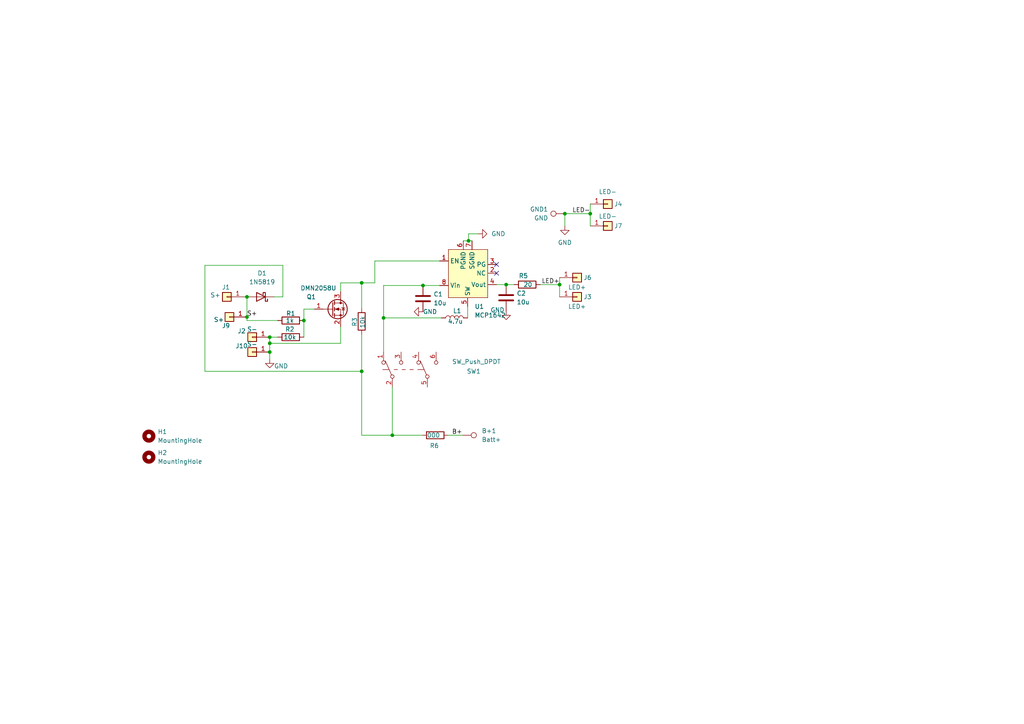
<source format=kicad_sch>
(kicad_sch (version 20211123) (generator eeschema)
  (paper "A4")
  (lib_symbols
    (symbol "AERO_Symbols:MCP1642"
      (property "Reference" "U" (at 6.985 10.795 0))
      (property "Value" "MCP1642" (at 6.985 8.255 0))
      (symbol "MCP1642_0_1"
        (rectangle (start -5.588 5.588) (end 5.842 -8.382) (fill (type background)))
      )
      (symbol "MCP1642_1_1"
        (pin input line (at -8.128 -5.08 0) (length 2.54) (name "EN") (number "1"))
        (pin input line (at 8.382 -1.524 180) (length 2.54) (name "NC") (number "2"))
        (pin input line (at 8.382 -4.064 180) (length 2.54) (name "PG") (number "3"))
        (pin input line (at 8.382 1.778 180) (length 2.54) (name "Vout") (number "4"))
        (pin input line (at 0 8.128 270) (length 2.54) (name "SW") (number "5"))
        (pin input line (at -1.27 -10.922 90) (length 2.54) (name "PGND") (number "6"))
        (pin input line (at 1.27 -10.922 90) (length 2.54) (name "SGND") (number "7"))
        (pin input line (at -8.128 2.032 0) (length 2.54) (name "Vin") (number "8"))
      )
    )
    (symbol "Connector:TestPoint" (pin_numbers hide) (pin_names (offset 0.762) hide)
      (property "Reference" "TP" (at 0 6.858 0))
      (property "Value" "TestPoint" (at 0 5.08 0))
      (symbol "TestPoint_0_1"
        (circle (center 0 3.302) (radius 0.762))
      )
      (symbol "TestPoint_1_1"
        (pin passive line (at 0 0 90) (length 2.54) (name "1") (number "1"))
      )
    )
    (symbol "Connector_Generic:Conn_01x01" (pin_names (offset 1.016) hide)
      (property "Reference" "J" (at 0 2.54 0))
      (property "Value" "Conn_01x01" (at 0 -2.54 0))
      (symbol "Conn_01x01_1_1"
        (rectangle (start -1.27 0.127) (end 0 -0.127) (stroke (width 0.1524)))
        (rectangle (start -1.27 1.27) (end 1.27 -1.27) (stroke (width 0.254)) (fill (type background)))
        (pin passive line (at -5.08 0 0) (length 3.81) (name "Pin_1") (number "1"))
      )
    )
    (symbol "Device:C" (pin_numbers hide) (pin_names (offset 0.254))
      (property "Reference" "C" (at 0.635 2.54 0))
      (property "Value" "C" (at 0.635 -2.54 0))
      (symbol "C_0_1"
        (polyline (pts (xy -2.032 -0.762) (xy 2.032 -0.762)) (stroke (width 0.508)))
        (polyline (pts (xy -2.032 0.762) (xy 2.032 0.762)) (stroke (width 0.508)))
      )
      (symbol "C_1_1"
        (pin passive line (at 0 3.81 270) (length 2.794) (name "~") (number "1"))
        (pin passive line (at 0 -3.81 90) (length 2.794) (name "~") (number "2"))
      )
    )
    (symbol "Device:L" (pin_numbers hide) (pin_names (offset 1.016) hide)
      (property "Reference" "L" (at -1.27 0 90))
      (property "Value" "L" (at 1.905 0 90))
      (symbol "L_0_1"
        (arc (start 0 -2.54) (mid 0.635 -1.905) (end 0 -1.27))
        (arc (start 0 -1.27) (mid 0.635 -0.635) (end 0 0))
        (arc (start 0 0) (mid 0.635 0.635) (end 0 1.27))
        (arc (start 0 1.27) (mid 0.635 1.905) (end 0 2.54))
      )
      (symbol "L_1_1"
        (pin passive line (at 0 3.81 270) (length 1.27) (name "1") (number "1"))
        (pin passive line (at 0 -3.81 90) (length 1.27) (name "2") (number "2"))
      )
    )
    (symbol "Device:R" (pin_numbers hide) (pin_names (offset 0))
      (property "Reference" "R" (at 2.032 0 90))
      (property "Value" "R" (at 0 0 90))
      (symbol "R_0_1"
        (rectangle (start -1.016 -2.54) (end 1.016 2.54) (stroke (width 0.254)))
      )
      (symbol "R_1_1"
        (pin passive line (at 0 3.81 270) (length 1.27) (name "~") (number "1"))
        (pin passive line (at 0 -3.81 90) (length 1.27) (name "~") (number "2"))
      )
    )
    (symbol "Diode:1N5819" (pin_numbers hide) (pin_names (offset 1.016) hide)
      (property "Reference" "D" (at 0 2.54 0))
      (property "Value" "1N5819" (at 0 -2.54 0))
      (symbol "1N5819_0_1"
        (polyline (pts (xy 1.27 0) (xy -1.27 0)))
        (polyline (pts (xy 1.27 1.27) (xy 1.27 -1.27) (xy -1.27 0) (xy 1.27 1.27)) (stroke (width 0.254)))
        (polyline (pts (xy -1.905 0.635) (xy -1.905 1.27) (xy -1.27 1.27) (xy -1.27 -1.27) (xy -0.635 -1.27) (xy -0.635 -0.635)) (stroke (width 0.254)))
      )
      (symbol "1N5819_1_1"
        (pin passive line (at -3.81 0 0) (length 2.54) (name "K") (number "1"))
        (pin passive line (at 3.81 0 180) (length 2.54) (name "A") (number "2"))
      )
    )
    (symbol "Mechanical:MountingHole" (pin_names (offset 1.016))
      (property "Reference" "H" (at 0 5.08 0))
      (property "Value" "MountingHole" (at 0 3.175 0))
      (symbol "MountingHole_0_1"
        (circle (center 0 0) (radius 1.27) (stroke (width 1.27)))
      )
    )
    (symbol "Switch:SW_Push_DPDT" (pin_names (offset 0) hide)
      (property "Reference" "SW" (at 0 8.89 0))
      (property "Value" "SW_Push_DPDT" (at 0 -10.16 0))
      (symbol "SW_Push_DPDT_0_0"
        (circle (center -2.032 -5.08) (radius 0.508))
        (circle (center -2.032 5.08) (radius 0.508))
        (circle (center 2.032 -7.62) (radius 0.508))
        (circle (center 2.032 2.54) (radius 0.508))
      )
      (symbol "SW_Push_DPDT_0_1"
        (polyline (pts (xy -1.524 -4.826) (xy 2.54 -3.048)))
        (polyline (pts (xy -1.524 5.334) (xy 2.54 7.112)))
        (polyline (pts (xy 0 -2.286) (xy 0 -4.064)))
        (polyline (pts (xy 0 -1.016) (xy 0 0)))
        (polyline (pts (xy 0 1.27) (xy 0 2.286)))
        (polyline (pts (xy 0 3.556) (xy 0 4.572)))
        (polyline (pts (xy 0 7.874) (xy 0 6.096)))
        (circle (center 2.032 -2.54) (radius 0.508))
        (circle (center 2.032 7.62) (radius 0.508))
      )
      (symbol "SW_Push_DPDT_1_1"
        (pin passive line (at 5.08 7.62 180) (length 2.54) (name "A") (number "1"))
        (pin passive line (at -5.08 5.08 0) (length 2.54) (name "B") (number "2"))
        (pin passive line (at 5.08 2.54 180) (length 2.54) (name "C") (number "3"))
        (pin passive line (at 5.08 -2.54 180) (length 2.54) (name "A") (number "4"))
        (pin passive line (at -5.08 -5.08 0) (length 2.54) (name "B") (number "5"))
        (pin passive line (at 5.08 -7.62 180) (length 2.54) (name "C") (number "6"))
      )
    )
    (symbol "Transistor_FET:DMN2058U" (pin_names hide)
      (property "Reference" "Q" (at 5.08 1.905 0))
      (property "Value" "DMN2058U" (at 5.08 0 0))
      (symbol "DMN2058U_0_1"
        (polyline (pts (xy 0.254 0) (xy -2.54 0)))
        (polyline (pts (xy 0.254 1.905) (xy 0.254 -1.905)) (stroke (width 0.254)))
        (polyline (pts (xy 0.762 -1.27) (xy 0.762 -2.286)) (stroke (width 0.254)))
        (polyline (pts (xy 0.762 0.508) (xy 0.762 -0.508)) (stroke (width 0.254)))
        (polyline (pts (xy 0.762 2.286) (xy 0.762 1.27)) (stroke (width 0.254)))
        (polyline (pts (xy 2.54 2.54) (xy 2.54 1.778)))
        (polyline (pts (xy 2.54 -2.54) (xy 2.54 0) (xy 0.762 0)))
        (polyline (pts (xy 0.762 -1.778) (xy 3.302 -1.778) (xy 3.302 1.778) (xy 0.762 1.778)))
        (polyline (pts (xy 1.016 0) (xy 2.032 0.381) (xy 2.032 -0.381) (xy 1.016 0)) (fill (type outline)))
        (polyline (pts (xy 2.794 0.508) (xy 2.921 0.381) (xy 3.683 0.381) (xy 3.81 0.254)))
        (polyline (pts (xy 3.302 0.381) (xy 2.921 -0.254) (xy 3.683 -0.254) (xy 3.302 0.381)))
        (circle (center 1.651 0) (radius 2.794) (stroke (width 0.254)))
        (circle (center 2.54 -1.778) (radius 0.254) (fill (type outline)))
        (circle (center 2.54 1.778) (radius 0.254) (fill (type outline)))
      )
      (symbol "DMN2058U_1_1"
        (pin input line (at -5.08 0 0) (length 2.54) (name "G") (number "1"))
        (pin passive line (at 2.54 -5.08 90) (length 2.54) (name "S") (number "2"))
        (pin passive line (at 2.54 5.08 270) (length 2.54) (name "D") (number "3"))
      )
    )
    (symbol "power:GND" (power) (pin_names (offset 0))
      (property "Value" "GND" (at 0 -3.81 0))
      (symbol "GND_0_1"
        (polyline (pts (xy 0 0) (xy 0 -1.27) (xy 1.27 -1.27) (xy 0 -2.54) (xy -1.27 -1.27) (xy 0 -1.27)))
      )
      (symbol "GND_1_1"
        (pin power_in line (at 0 0 270) (length 0) hide (name "GND") (number "1"))
      )
    )
  )
  (junction (at 171.196 61.976))
  (junction (at 163.83 61.976))
  (junction (at 78.232 102.108))
  (junction (at 104.902 82.042))
  (junction (at 88.138 92.964))
  (junction (at 111.252 92.202))
  (junction (at 104.902 107.696))
  (junction (at 162.306 82.55))
  (junction (at 71.628 86.106))
  (junction (at 78.232 97.79))
  (junction (at 146.812 82.55))
  (junction (at 122.682 82.804))
  (junction (at 71.628 91.948))
  (junction (at 78.232 99.568))
  (junction (at 135.89 69.85))
  (junction (at 113.792 126.238))
  (no_connect (at 144.018 79.248))
  (no_connect (at 144.018 76.708))
  (wire (pts (xy 71.628 86.106) (xy 71.882 86.106)))
  (wire (pts (xy 113.792 112.268) (xy 113.792 126.238)))
  (wire (pts (xy 104.902 97.028) (xy 104.902 107.696)))
  (wire (pts (xy 78.232 97.79) (xy 80.518 97.79)))
  (wire (pts (xy 78.232 102.108) (xy 78.232 104.14)))
  (wire (pts (xy 70.866 86.106) (xy 71.628 86.106)))
  (wire (pts (xy 135.89 69.85) (xy 136.906 69.85)))
  (wire (pts (xy 88.138 92.964) (xy 88.138 97.79)))
  (wire (pts (xy 122.682 82.804) (xy 127.508 82.804)))
  (wire (pts (xy 104.902 82.042) (xy 104.902 89.408)))
  (wire (pts (xy 162.306 82.55) (xy 162.306 86.106)))
  (wire (pts (xy 78.232 97.79) (xy 78.232 99.568)))
  (wire (pts (xy 135.89 67.818) (xy 135.89 69.85)))
  (wire (pts (xy 111.252 82.804) (xy 122.682 82.804)))
  (wire (pts (xy 146.812 82.55) (xy 149.098 82.55)))
  (wire (pts (xy 104.902 126.238) (xy 113.792 126.238)))
  (wire (pts (xy 111.252 92.202) (xy 111.252 102.108)))
  (wire (pts (xy 88.138 89.662) (xy 88.138 92.964)))
  (wire (pts (xy 82.042 76.962) (xy 59.436 76.962)))
  (wire (pts (xy 98.806 99.568) (xy 78.232 99.568)))
  (wire (pts (xy 171.196 65.532) (xy 171.196 61.976)))
  (wire (pts (xy 135.89 69.85) (xy 134.366 69.85)))
  (wire (pts (xy 144.018 82.55) (xy 146.812 82.55)))
  (wire (pts (xy 108.712 75.692) (xy 127.508 75.692)))
  (wire (pts (xy 71.628 91.948) (xy 71.628 92.964)))
  (wire (pts (xy 162.306 80.518) (xy 162.306 82.55)))
  (wire (pts (xy 135.89 67.818) (xy 138.684 67.818)))
  (wire (pts (xy 135.636 88.9) (xy 135.636 92.202)))
  (wire (pts (xy 79.502 86.106) (xy 82.042 86.106)))
  (wire (pts (xy 113.792 126.238) (xy 122.428 126.238)))
  (wire (pts (xy 104.902 107.696) (xy 104.902 126.238)))
  (wire (pts (xy 98.806 82.042) (xy 104.902 82.042)))
  (wire (pts (xy 59.436 107.696) (xy 104.902 107.696)))
  (wire (pts (xy 98.806 82.042) (xy 98.806 84.582)))
  (wire (pts (xy 59.436 76.962) (xy 59.436 107.696)))
  (wire (pts (xy 71.628 92.964) (xy 80.518 92.964)))
  (wire (pts (xy 91.186 89.662) (xy 88.138 89.662)))
  (wire (pts (xy 98.806 94.742) (xy 98.806 99.568)))
  (wire (pts (xy 171.196 59.182) (xy 171.196 61.976)))
  (wire (pts (xy 71.628 86.106) (xy 71.628 91.948)))
  (wire (pts (xy 171.196 61.976) (xy 163.83 61.976)))
  (wire (pts (xy 104.902 82.042) (xy 108.712 82.042)))
  (wire (pts (xy 82.042 86.106) (xy 82.042 76.962)))
  (wire (pts (xy 111.252 92.202) (xy 128.016 92.202)))
  (wire (pts (xy 163.83 65.532) (xy 163.83 61.976)))
  (wire (pts (xy 134.112 126.238) (xy 130.048 126.238)))
  (wire (pts (xy 108.712 75.692) (xy 108.712 82.042)))
  (wire (pts (xy 78.232 99.568) (xy 78.232 102.108)))
  (wire (pts (xy 156.718 82.55) (xy 162.306 82.55)))
  (wire (pts (xy 111.252 82.804) (xy 111.252 92.202)))
  (label "LED+" (at 162.306 82.55 180))
  (label "B+" (at 134.112 126.238 180))
  (label "S+" (at 71.628 91.948 0))
  (label "LED-" (at 171.196 61.976 180))
  (symbol (lib_id "power:GND") (at 78.232 104.14 0) (unit 1)
    (property "Reference" "#PWR0101" (effects hide))
    (property "Value" "GND" (at 81.534 106.172 0))
  )
  (symbol (lib_id "Diode:1N5819") (at 75.692 86.106 180) (unit 1)
    (property "Reference" "D1" (at 76.0095 79.248 0))
    (property "Value" "1N5819" (at 76.0095 81.788 0))
    (property "Footprint" "Diode_SMD:D_2512_6332Metric_Pad1.52x3.35mm_HandSolder" (effects hide))
    (property "Datasheet" "http://www.vishay.com/docs/88525/1n5817.pdf" (effects hide))
  )
  (symbol (lib_id "Mechanical:MountingHole") (at 43.18 132.588 0) (unit 1)
    (property "Reference" "H2" (at 45.72 131.3179 0) (effects (justify left)))
    (property "Value" "MountingHole" (at 45.72 133.8579 0) (effects (justify left)))
    (property "Footprint" "MountingHole:MountingHole_2.5mm" (effects hide))
  )
  (symbol (lib_id "Device:R") (at 84.328 92.964 90) (unit 1)
    (property "Reference" "R1" (at 84.328 90.932 90))
    (property "Value" "1k" (at 84.074 92.964 90))
    (property "Footprint" "Resistor_SMD:R_0603_1608Metric_Pad0.98x0.95mm_HandSolder" (effects hide))
  )
  (symbol (lib_id "Mechanical:MountingHole") (at 43.18 126.492 0) (unit 1)
    (property "Reference" "H1" (at 45.72 125.2219 0) (effects (justify left)))
    (property "Value" "MountingHole" (at 45.72 127.7619 0) (effects (justify left)))
    (property "Footprint" "MountingHole:MountingHole_2.5mm" (effects hide))
  )
  (symbol (lib_id "Device:R") (at 84.328 97.79 90) (unit 1)
    (property "Reference" "R2" (at 84.074 95.504 90))
    (property "Value" "10k" (at 84.074 97.79 90))
    (property "Footprint" "Resistor_SMD:R_0603_1608Metric_Pad0.98x0.95mm_HandSolder" (effects hide))
  )
  (symbol (lib_id "Device:L") (at 131.826 92.202 90) (unit 1)
    (property "Reference" "L1" (at 132.588 90.17 90))
    (property "Value" "4.7u" (at 132.08 93.218 90))
    (property "Footprint" "Inductor_SMD:L_0603_1608Metric_Pad1.05x0.95mm_HandSolder" (effects hide))
  )
  (symbol (lib_id "power:GND") (at 146.812 90.17 0) (unit 1)
    (property "Reference" "#PWR0102" (effects hide))
    (property "Value" "GND" (at 142.24 89.916 0) (effects (justify left)))
  )
  (symbol (lib_id "power:GND") (at 138.684 67.818 90) (unit 1)
    (property "Reference" "#PWR0104" (effects hide))
    (property "Value" "GND" (at 142.494 67.8179 90) (effects (justify right)))
  )
  (symbol (lib_id "power:GND") (at 122.682 90.424 270) (unit 1)
    (property "Reference" "#PWR0105" (effects hide))
    (property "Value" "GND" (at 122.682 90.424 90) (effects (justify left)))
  )
  (symbol (lib_id "AERO_Symbols:MCP1642") (at 135.636 80.772 0) (mirror x) (unit 1)
    (property "Reference" "U1" (at 137.6554 88.9 0) (effects (justify left)))
    (property "Value" "MCP1642" (at 137.6554 91.44 0) (effects (justify left)))
    (property "Footprint" "Package_SO:MSOP-8-1EP_3x3mm_P0.65mm_EP1.73x1.85mm_ThermalVias" (effects hide))
  )
  (symbol (lib_id "Connector_Generic:Conn_01x01") (at 167.386 80.518 0) (unit 1)
    (property "Reference" "J6" (at 170.434 80.518 0))
    (property "Value" "LED+" (at 167.386 83.312 0))
    (property "Footprint" "MountingHole:MountingHole_2.5mm_Pad_TopBottom" (effects hide))
  )
  (symbol (lib_id "Connector:TestPoint") (at 163.83 61.976 90) (mirror x) (unit 1)
    (property "Reference" "GND1" (at 159.004 60.7059 90) (effects (justify left)))
    (property "Value" "GND" (at 159.004 63.2459 90) (effects (justify left)))
    (property "Footprint" "TestPoint:TestPoint_Pad_4.0x4.0mm" (effects hide))
  )
  (symbol (lib_id "Connector_Generic:Conn_01x01") (at 167.386 86.106 0) (unit 1)
    (property "Reference" "J3" (at 170.434 86.106 0))
    (property "Value" "LED+" (at 167.386 88.9 0))
    (property "Footprint" "MountingHole:MountingHole_2.5mm_Pad_TopBottom" (effects hide))
  )
  (symbol (lib_id "Switch:SW_Push_DPDT") (at 118.872 107.188 90) (unit 1)
    (property "Reference" "SW1" (at 139.446 107.696 90) (effects (justify left)))
    (property "Value" "SW_Push_DPDT" (at 145.288 104.902 90) (effects (justify left)))
    (property "Footprint" "AERO_Footprints:SW_DPDT_6POS" (effects hide))
  )
  (symbol (lib_id "Connector_Generic:Conn_01x01") (at 65.786 86.106 180) (unit 1)
    (property "Reference" "J1" (at 65.532 83.312 0))
    (property "Value" "S+" (at 62.484 85.598 0))
    (property "Footprint" "MountingHole:MountingHole_2.5mm_Pad_TopBottom" (effects hide))
  )
  (symbol (lib_id "Device:R") (at 126.238 126.238 270) (unit 1)
    (property "Reference" "R6" (at 125.984 129.286 90))
    (property "Value" "000" (at 125.73 126.238 90))
    (property "Footprint" "Resistor_SMD:R_0603_1608Metric_Pad0.98x0.95mm_HandSolder" (effects hide))
  )
  (symbol (lib_id "Connector_Generic:Conn_01x01") (at 73.152 97.79 180) (unit 1)
    (property "Reference" "J2" (at 70.104 96.012 0))
    (property "Value" "S-" (at 73.152 95.504 0))
    (property "Footprint" "MountingHole:MountingHole_2.5mm_Pad_TopBottom" (effects hide))
  )
  (symbol (lib_id "Device:R") (at 104.902 93.218 0) (unit 1)
    (property "Reference" "R3" (at 102.87 94.742 90) (effects (justify left)))
    (property "Value" "10k" (at 105.156 95.25 90) (effects (justify left)))
    (property "Footprint" "Resistor_SMD:R_0603_1608Metric_Pad0.98x0.95mm_HandSolder" (effects hide))
  )
  (symbol (lib_id "Device:C") (at 122.682 86.614 0) (unit 1)
    (property "Reference" "C1" (at 125.73 85.3439 0) (effects (justify left)))
    (property "Value" "10u" (at 125.73 87.8839 0) (effects (justify left)))
    (property "Footprint" "Capacitor_SMD:C_0603_1608Metric_Pad1.08x0.95mm_HandSolder" (effects hide))
  )
  (symbol (lib_id "Connector:TestPoint") (at 134.112 126.238 270) (unit 1)
    (property "Reference" "B+1" (at 139.7 124.9679 90) (effects (justify left)))
    (property "Value" "Batt+" (at 139.7 127.5079 90) (effects (justify left)))
    (property "Footprint" "TestPoint:TestPoint_Pad_4.0x4.0mm" (effects hide))
  )
  (symbol (lib_id "Connector_Generic:Conn_01x01") (at 73.152 102.108 180) (unit 1)
    (property "Reference" "J10" (at 70.104 100.33 0))
    (property "Value" "S-" (at 73.152 99.822 0))
    (property "Footprint" "MountingHole:MountingHole_2.5mm_Pad_TopBottom" (effects hide))
  )
  (symbol (lib_id "Device:R") (at 152.908 82.55 270) (unit 1)
    (property "Reference" "R5" (at 153.162 80.01 90) (effects (justify right)))
    (property "Value" "20" (at 154.432 82.55 90) (effects (justify right)))
    (property "Footprint" "Resistor_SMD:R_0603_1608Metric_Pad0.98x0.95mm_HandSolder" (effects hide))
  )
  (symbol (lib_id "Device:C") (at 146.812 86.36 0) (unit 1)
    (property "Reference" "C2" (at 149.86 85.0899 0) (effects (justify left)))
    (property "Value" "10u" (at 149.86 87.6299 0) (effects (justify left)))
    (property "Footprint" "Capacitor_SMD:C_0603_1608Metric_Pad1.08x0.95mm_HandSolder" (effects hide))
  )
  (symbol (lib_id "power:GND") (at 163.83 65.532 0) (mirror y) (unit 1)
    (property "Reference" "#PWR0103" (effects hide))
    (property "Value" "GND" (at 163.83 70.358 0))
  )
  (symbol (lib_id "Connector_Generic:Conn_01x01") (at 176.276 65.532 0) (mirror x) (unit 1)
    (property "Reference" "J7" (at 179.324 65.532 0))
    (property "Value" "LED-" (at 176.276 62.738 0))
    (property "Footprint" "MountingHole:MountingHole_2.5mm_Pad_TopBottom" (effects hide))
  )
  (symbol (lib_id "Connector_Generic:Conn_01x01") (at 176.276 59.182 0) (mirror x) (unit 1)
    (property "Reference" "J4" (at 179.324 59.182 0))
    (property "Value" "LED-" (at 176.276 55.626 0))
    (property "Footprint" "MountingHole:MountingHole_2.5mm_Pad_TopBottom" (effects hide))
  )
  (symbol (lib_id "Connector_Generic:Conn_01x01") (at 66.548 91.948 180) (unit 1)
    (property "Reference" "J9" (at 65.532 94.488 0))
    (property "Value" "S+" (at 63.5 92.71 0))
    (property "Footprint" "MountingHole:MountingHole_2.5mm_Pad_TopBottom" (effects hide))
  )
  (symbol (lib_id "Transistor_FET:DMN2058U") (at 96.266 89.662 0) (unit 1)
    (property "Reference" "Q1" (at 88.9 86.106 0) (effects (justify left)))
    (property "Value" "DMN2058U" (at 87.122 83.566 0) (effects (justify left)))
    (property "Footprint" "Package_TO_SOT_SMD:SOT-23" (effects hide))
    (property "Datasheet" "http://www.diodes.com/assets/Datasheets/DMN2058U.pdf" (effects hide))
  )
)
</source>
